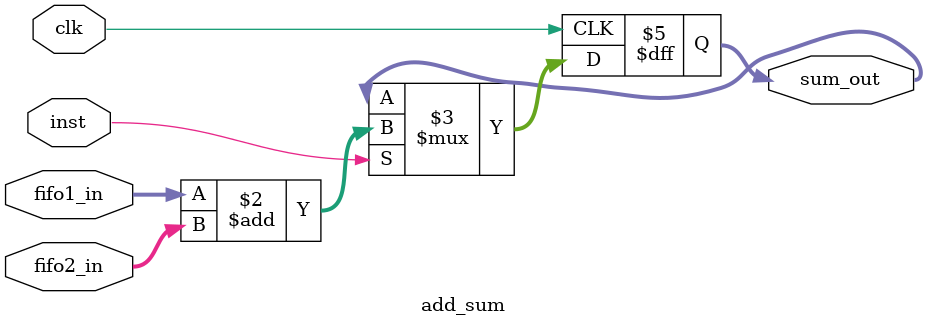
<source format=v>
module add_sum (inst, fifo1_in, fifo2_in, clk, sum_out);

    parameter bw = 8;
    parameter bw_psum = 2*bw+4;

    input inst;
    input clk;
    input [bw_psum+3:0] fifo1_in;
    input [bw_psum+3:0] fifo2_in;
    output reg [bw_psum+4:0] sum_out;

    always @(posedge clk) begin
        if (inst) begin
            sum_out <= fifo1_in + fifo2_in;
            // $display("(add_sum.v )%d %d %d", sum_out, fifo1_in, fifo2_in);
        end

    end

endmodule
</source>
